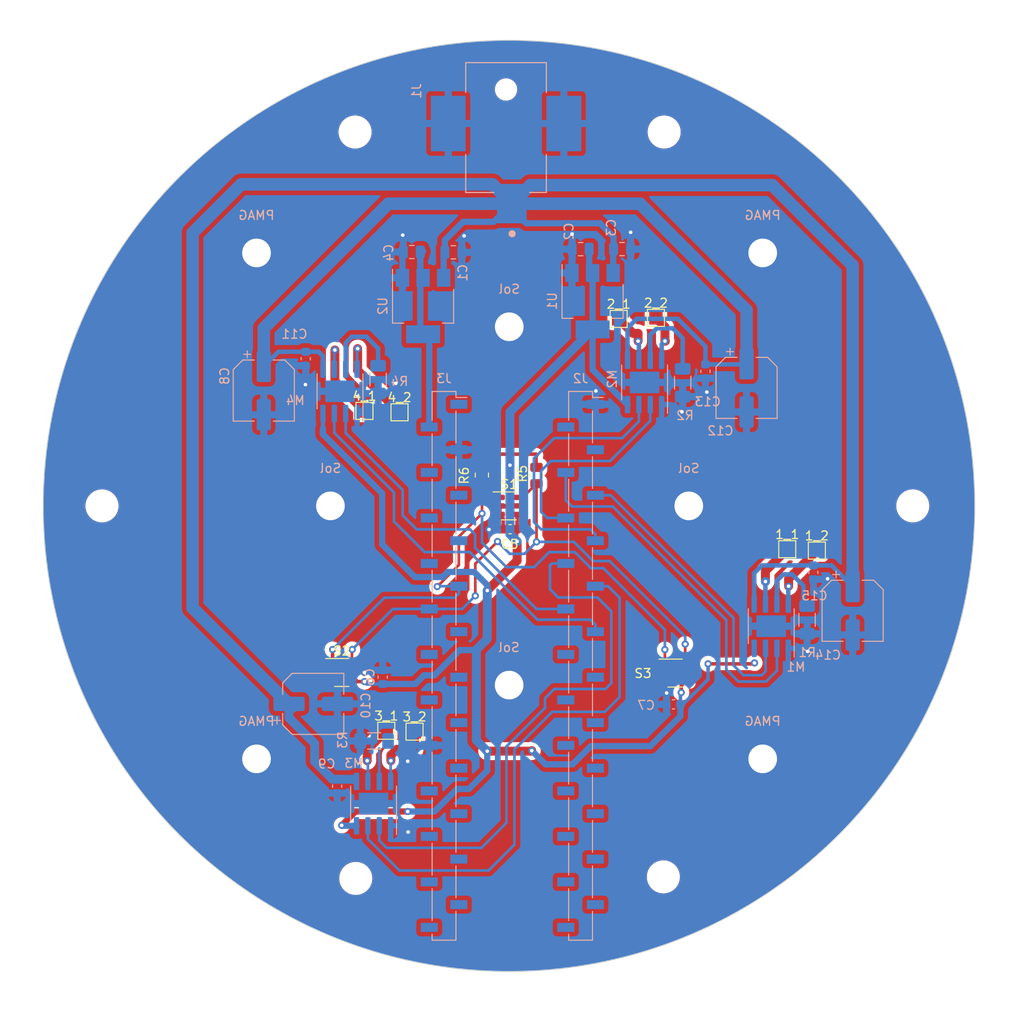
<source format=kicad_pcb>
(kicad_pcb (version 20221018) (generator pcbnew)
  (layers (0 "F.Cu" signal) (31 "B.Cu" signal) (34 "B.Paste" user) (35 "F.Paste" user) (36 "B.SilkS" user "B.Silkscreen") (37 "F.SilkS" user "F.Silkscreen") (38 "B.Mask" user) (39 "F.Mask" user) (44 "Edge.Cuts" user))
  (net 0 "")
  (net 1 "GND")
  (net 2 "Net-(M1-LSS)")
  (net 3 "+3.3V")
  (net 4 "+12V")
  (net 5 "+5V")
  (net 6 "Net-(M2-LSS)")
  (net 7 "Net-(M3-LSS)")
  (net 8 "Net-(M4-LSS)")
  (net 9 "Net-(3_1-Pin_1)")
  (net 10 "Net-(3_2-Pin_1)")
  (net 11 "Net-(4_1-Pin_1)")
  (net 12 "Net-(4_2-Pin_1)")
  (net 13 "Net-(1_1-Pin_1)")
  (net 14 "Net-(1_2-Pin_1)")
  (net 15 "Net-(2_1-Pin_1)")
  (net 16 "Net-(2_2-Pin_1)")
  (net 17 "/HB_0_B")
  (net 18 "/HB_0_A")
  (net 19 "/HB_1_B")
  (net 20 "/HB_1_A")
  (net 21 "/HB_2_B")
  (net 22 "/HB_2_A")
  (net 23 "/HB_3_B")
  (net 24 "/HB_3_A")
  (net 25 "/I2C_SDA")
  (net 26 "/I2C_SCL")
  (footprint "TestPoint:TestPoint_Pad_1.5x1.5mm" (layer "F.Cu") (at 135.636 124.46)
    (fp_text reference "3_2")
    (fp_text value "solenoid")
  )
  (footprint "Resistor_SMD:R_0805_2012Metric" (layer "F.Cu") (at 149.2504 95.8596 -90)
    (fp_text reference "R5")
    (fp_text value "1K2")
  )
  (footprint "TestPoint:TestPoint_Pad_1.5x1.5mm" (layer "F.Cu") (at 130.048 88.646)
    (fp_text reference "4_1")
    (fp_text value "solenoid")
  )
  (footprint "Capacitor_SMD:C_0603_1608Metric" (layer "F.Cu") (at 146.304 101.854)
    (fp_text reference "C5")
    (fp_text value "100nF")
  )
  (footprint "TestPoint:TestPoint_Pad_1.5x1.5mm" (layer "F.Cu") (at 180.5432 104.2416)
    (fp_text reference "1_2")
    (fp_text value "solenoid")
  )
  (footprint "Package_TO_SOT_SMD:SOT-23-6" (layer "F.Cu") (at 127.508 117.856)
    (fp_text reference "S2")
    (fp_text value "TLE493DA1")
  )
  (footprint "Package_TO_SOT_SMD:SOT-23-6" (layer "F.Cu") (at 164.7135 117.922)
    (fp_text reference "S3")
    (fp_text value "TLE493DA0")
  )
  (footprint "TestPoint:TestPoint_Pad_1.5x1.5mm" (layer "F.Cu") (at 177.2412 104.0892)
    (fp_text reference "1_1")
    (fp_text value "solenoid")
  )
  (footprint "" (layer "F.Cu") (at 126.25 99.25)
    (fp_text reference "")
    (fp_text value "")
  )
  (footprint "TestPoint:TestPoint_Pad_1.5x1.5mm" (layer "F.Cu") (at 162.58 78.2504)
    (fp_text reference "2_2")
    (fp_text value "solenoid")
  )
  (footprint "TestPoint:TestPoint_Pad_1.5x1.5mm" (layer "F.Cu") (at 132.4864 124.3584)
    (fp_text reference "3_1")
    (fp_text value "solenoid")
  )
  (footprint "TestPoint:TestPoint_Pad_1.5x1.5mm" (layer "F.Cu") (at 158.42 78.3704)
    (fp_text reference "2_1")
    (fp_text value "solenoid")
  )
  (footprint "Resistor_SMD:R_0805_2012Metric" (layer "F.Cu") (at 143.1544 95.8088 90)
    (fp_text reference "R6")
    (fp_text value "1K2")
  )
  (footprint "TestPoint:TestPoint_Pad_1.5x1.5mm" (layer "F.Cu") (at 133.9596 88.7984)
    (fp_text reference "4_2")
    (fp_text value "solenoid")
  )
  (footprint "Package_TO_SOT_SMD:SOT-23-6" (layer "F.Cu") (at 146.20114 99.25)
    (fp_text reference "S1")
    (fp_text value "TLE493DA2")
  )
  (footprint "Capacitor_SMD:C_0805_2012Metric" (layer "B.Cu") (at 139.97 70.9304)
    (fp_text reference "C1")
    (fp_text value "10uF")
  )
  (footprint "Capacitor_SMD:CP_Elec_6.3x7.7" (layer "B.Cu") (at 172.7 86.0704 -90)
    (fp_text reference "C12")
    (fp_text value "100uF")
  )
  (footprint "MountingHole:MountingHole_3.2mm_M3" (layer "B.Cu") (at 129.077025 140.852859 180)
    (fp_text reference "REF**" hide)
    (fp_text value "MountingHole_3.2mm_M3")
  )
  (footprint "Resistor_SMD:R_1206_3216Metric_Pad1.30x1.75mm_HandSolder" (layer "B.Cu") (at 179.451 111.984 -90)
    (fp_text reference "R1")
    (fp_text value "0.45")
  )
  (footprint "Capacitor_SMD:C_0603_1608Metric" (layer "B.Cu") (at 164.5412 121.412)
    (fp_text reference "C7")
    (fp_text value "100nF")
  )
  (footprint "MountingHole:MountingHole_3.2mm_M3" (layer "B.Cu") (at 126.25 99.25 180)
    (fp_text reference "Sol")
    (fp_text value "MountingHole_3.2mm_M3")
  )
  (footprint "Capacitor_SMD:C_0805_2012Metric" (layer "B.Cu") (at 135.33 70.9004)
    (fp_text reference "C4")
    (fp_text value "10uF")
  )
  (footprint "Package_SO:SOIC-8-1EP_3.9x4.9mm_P1.27mm_EP2.41x3.3mm" (layer "B.Cu") (at 131.064 132.496 90)
    (fp_text reference "M3")
    (fp_text value "A4950E")
  )
  (footprint "Package_SO:SOIC-8-1EP_3.9x4.9mm_P1.27mm_EP2.41x3.3mm" (layer "B.Cu") (at 127.317 86.452 90)
    (fp_text reference "M4")
    (fp_text value "A4950E")
  )
  (footprint "MountingHole:MountingHole_3.2mm_M3" (layer "B.Cu") (at 100.75 99.25 180)
    (fp_text reference "REF**" hide)
    (fp_text value "MountingHole_3.2mm_M3")
  )
  (footprint "MountingHole:MountingHole_3.2mm_M3" (layer "B.Cu") (at 118 71 180)
    (fp_text reference "PMAG")
    (fp_text value "MountingHole_3.2mm_M3")
  )
  (footprint "Capacitor_SMD:CP_Elec_6.3x7.7" (layer "B.Cu") (at 118.81 86.3704 -90)
    (fp_text reference "C8")
    (fp_text value "100uF")
  )
  (footprint "Capacitor_SMD:CP_Elec_6.3x7.7" (layer "B.Cu") (at 184.54 110.9604 -90)
    (fp_text reference "C14")
    (fp_text value "100uF")
  )
  (footprint "MountingHole:MountingHole_3.2mm_M3" (layer "B.Cu") (at 146.208951 79.245847 180)
    (fp_text reference "Sol")
    (fp_text value "MountingHole_3.2mm_M3")
  )
  (footprint "Package_TO_SOT_SMD:SOT-223" (layer "B.Cu") (at 136.59 76.9304 -90)
    (fp_text reference "U2")
    (fp_text value "TLV76133DCYR")
  )
  (footprint "MountingHole:MountingHole_3.2mm_M3" (layer "B.Cu") (at 191.25 99.25 180)
    (fp_text reference "REF**" hide)
    (fp_text value "MountingHole_3.2mm_M3")
  )
  (footprint "Capacitor_SMD:CP_Elec_6.3x7.7" (layer "B.Cu") (at 124.33 121.3604)
    (fp_text reference "C10")
    (fp_text value "100uF")
  )
  (footprint "Connector_PinSocket_2.54mm:PinSocket_1x24_P2.54mm_Vertical_SMD_Pin1Left" (layer "B.Cu") (at 138.93 117.1104 180)
    (fp_text reference "J3")
    (fp_text value "SMD 100\" Pin Socket")
  )
  (footprint "MountingHole:MountingHole_3.2mm_M3" (layer "B.Cu") (at 174.5 127.5 180)
    (fp_text reference "PMAG")
    (fp_text value "MountingHole_3.2mm_M3")
  )
  (footprint "Resistor_SMD:R_1206_3216Metric_Pad1.30x1.75mm_HandSolder" (layer "B.Cu") (at 131.572 85.147 -90)
    (fp_text reference "R4")
    (fp_text value "0.45")
  )
  (footprint "Capacitor_SMD:C_0805_2012Metric" (layer "B.Cu") (at 158.8 70.5704 180)
    (fp_text reference "C3")
    (fp_text value "10uF")
  )
  (footprint "MountingHole:MountingHole_3.2mm_M3" (layer "B.Cu") (at 166.25 99.25 180)
    (fp_text reference "Sol")
    (fp_text value "MountingHole_3.2mm_M3")
  )
  (footprint "barrel jack:CUI_PJ-036AH-SMT-TR" (layer "B.Cu") (at 146.5 65.5 -90)
    (fp_text reference "J1")
    (fp_text value "Barrel_Jack_Switch")
  )
  (footprint "Package_SO:SOIC-8-1EP_3.9x4.9mm_P1.27mm_EP2.41x3.3mm" (layer "B.Cu") (at 161.315 85.4604 90)
    (fp_text reference "M2")
    (fp_text value "A4950E")
  )
  (footprint "MountingHole:MountingHole_3.2mm_M3" (layer "B.Cu") (at 129 57.5 180)
    (fp_text reference "PMAG" hide)
    (fp_text value "MountingHole_3.2mm_M3")
  )
  (footprint "Capacitor_SMD:C_0603_1608Metric" (layer "B.Cu") (at 127 130.556 -90)
    (fp_text reference "C9")
    (fp_text value "100nF")
  )
  (footprint "MountingHole:MountingHole_3.2mm_M3" (layer "B.Cu") (at 163.412036 140.678157 180)
    (fp_text reference "REF**" hide)
    (fp_text value "MountingHole_3.2mm_M3")
  )
  (footprint "MountingHole:MountingHole_3.2mm_M3" (layer "B.Cu") (at 146.198475 119.26189 180)
    (fp_text reference "Sol")
    (fp_text value "MountingHole_3.2mm_M3")
  )
  (footprint "Resistor_SMD:R_1206_3216Metric_Pad1.30x1.75mm_HandSolder" (layer "B.Cu") (at 165.57 85.4954 -90)
    (fp_text reference "R2")
    (fp_text value "0.45")
  )
  (footprint "Package_TO_SOT_SMD:SOT-223" (layer "B.Cu") (at 155.51 76.3904 -90)
    (fp_text reference "U1")
    (fp_text value "TLV76133DCYR")
  )
  (footprint "Package_SO:SOIC-8-1EP_3.9x4.9mm_P1.27mm_EP2.41x3.3mm" (layer "B.Cu") (at 175.451 112.684 90)
    (fp_text reference "M1")
    (fp_text value "A4950E")
  )
  (footprint "Capacitor_SMD:C_0603_1608Metric" (layer "B.Cu") (at 132.08 118.364 -90)
    (fp_text reference "C6")
    (fp_text value "100nF")
  )
  (footprint "MountingHole:MountingHole_3.2mm_M3" (layer "B.Cu") (at 174.5 71 180)
    (fp_text reference "PMAG")
    (fp_text value "MountingHole_3.2mm_M3")
  )
  (footprint "Capacitor_SMD:C_0805_2012Metric" (layer "B.Cu") (at 154.18 70.5804 180)
    (fp_text reference "C2")
    (fp_text value "10uF")
  )
  (footprint "MountingHole:MountingHole_3.2mm_M3" (layer "B.Cu") (at 163.5 57.5 180)
    (fp_text reference "PMAG" hide)
    (fp_text value "MountingHole_3.2mm_M3")
  )
  (footprint "Capacitor_SMD:C_0603_1608Metric" (layer "B.Cu") (at 123.49 82.8104 -90)
    (fp_text reference "C11")
    (fp_text value "100nF")
  )
  (footprint "Connector_PinSocket_2.54mm:PinSocket_1x24_P2.54mm_Vertical_SMD_Pin1Left" (layer "B.Cu") (at 154.17 117.1104 180)
    (fp_text reference "J2")
    (fp_text value "SMD 100\" Pin Socket")
  )
  (footprint "Resistor_SMD:R_1206_3216Metric_Pad1.30x1.75mm_HandSolder" (layer "B.Cu") (at 131.13 125.5004 180)
    (fp_text reference "R3")
    (fp_text value "0.45")
  )
  (footprint "Capacitor_SMD:C_0603_1608Metric" (layer "B.Cu") (at 168.11 84.2254 -90)
    (fp_text reference "C13")
    (fp_text value "100nF")
  )
  (footprint "MountingHole:MountingHole_3.2mm_M3" (layer "B.Cu") (at 118 127.5 180)
    (fp_text reference "PMAG")
    (fp_text value "MountingHole_3.2mm_M3")
  )
  (footprint "Capacitor_SMD:C_0603_1608Metric" (layer "B.Cu") (at 180.15 106.6704 -90)
    (fp_text reference "C15")
    (fp_text value "100nF")
  )
  (gr_circle (center 146.1825 99.25) (end 198.1825 99.25) (stroke (width 0.1)) (fill none) (layer "Edge.Cuts"))
  (segment (start 163.7792 120.142) (end 163.7792 119.0752) (width 0.4) (layer "F.Cu") (net 1))
  (segment (start 145.288 102.095) (end 145.529 101.854) (width 0.4) (layer "F.Cu") (net 1))
  (segment (start 126.3705 117.856) (end 126.3705 118.806) (width 0.4) (layer "F.Cu") (net 1))
  (segment (start 130.048 117.856) (end 128.6455 117.856) (width 0.4) (layer "F.Cu") (net 1))
  (segment (start 143.95 101.8904) (end 145.4926 101.8904) (width 0.3) (layer "F.Cu") (net 1))
  (segment (start 145.06364 99.25) (end 147.33864 99.25) (width 0.4) (layer "F.Cu") (net 1))
  (segment (start 145.529 100.66536) (end 145.06364 100.2) (width 0.4) (layer "F.Cu") (net 1))
  (segment (start 145.529 101.854) (end 145.529 100.66536) (width 0.4) (layer "F.Cu") (net 1))
  (segment (start 163.576 118.872) (end 163.576 117.922) (width 0.4) (layer "F.Cu") (net 1))
  (segment (start 145.06364 100.2) (end 145.06364 99.25) (width 0.4) (layer "F.Cu") (net 1))
  (segment (start 163.7792 119.0752) (end 163.576 118.872) (width 0.4) (layer "F.Cu") (net 1))
  (segment (start 145.4926 101.8904) (end 145.529 101.854) (width 0.3) (layer "F.Cu") (net 1))
  (segment (start 128.6455 117.856) (end 126.3705 117.856) (width 0.4) (layer "F.Cu") (net 1))
  (segment (start 163.576 117.922) (end 165.851 117.922) (width 0.4) (layer "F.Cu") (net 1))
  (via (at 179.51 115.5004) (size 0.8) (drill 0.4) (layers "F.Cu" "B.Cu") (net 1))
  (via (at 181.74 107.3904) (size 0.8) (drill 0.4) (layers "F.Cu" "B.Cu") (net 1))
  (via (at 134.88 127.7704) (size 0.8) (drill 0.4) (layers "F.Cu" "B.Cu") (net 1))
  (via (at 134.32 69.0104) (size 0.8) (drill 0.4) (layers "F.Cu" "B.Cu") (net 1))
  (via (at 165.48 88.7504) (size 0.8) (drill 0.4) (layers "F.Cu" "B.Cu") (net 1))
  (via (at 159.76 68.7004) (size 0.8) (drill 0.4) (layers "F.Cu" "B.Cu") (net 1))
  (via (at 123.46 85.7004) (size 0.8) (drill 0.4) (layers "F.Cu" "B.Cu") (net 1))
  (via (at 143.95 101.8904) (size 0.8) (drill 0.4) (layers "F.Cu" "B.Cu") (net 1))
  (via (at 155.88 86.4104) (size 0.8) (drill 0.4) (layers "F.Cu" "B.Cu") (net 1))
  (via (at 153.21 68.8904) (size 0.8) (drill 0.4) (layers "F.Cu" "B.Cu") (net 1))
  (via (at 134.92 135.6704) (size 0.8) (drill 0.4) (layers "F.Cu" "B.Cu") (net 1))
  (via (at 168.26 86.5404) (size 0.8) (drill 0.4) (layers "F.Cu" "B.Cu") (net 1))
  (via (at 163.7792 120.142) (size 0.8) (drill 0.4) (layers "F.Cu" "B.Cu") (net 1))
  (via (at 130.048 117.856) (size 0.8) (drill 0.4) (layers "F.Cu" "B.Cu") (net 1))
  (via (at 133.54 85.5704) (size 0.8) (drill 0.4) (layers "F.Cu" "B.Cu") (net 1))
  (via (at 141.17 69.0904) (size 0.8) (drill 0.4) (layers "F.Cu" "B.Cu") (net 1))
  (segment (start 131.572 86.697) (end 132.4134 86.697) (width 0.5) (layer "B.Cu") (net 1))
  (segment (start 168.11 86.3904) (end 168.26 86.5404) (width 0.5) (layer "B.Cu") (net 1))
  (segment (start 179.1686 115.159) (end 179.51 115.5004) (width 0.5) (layer "B.Cu") (net 1))
  (segment (start 136.65 126.0004) (end 134.88 127.7704) (width 0.3) (layer "B.Cu") (net 1))
  (segment (start 134.38 70.9004) (end 134.38 69.0704) (width 0.7) (layer "B.Cu") (net 1))
  (segment (start 129.342 88.927) (end 131.572 86.697) (width 0.5) (layer "B.Cu") (net 1))
  (segment (start 164.665 87.9354) (end 165.48 88.7504) (width 0.5) (layer "B.Cu") (net 1))
  (segment (start 181.685 107.4454) (end 181.74 107.3904) (width 0.5) (layer "B.Cu") (net 1))
  (segment (start 179.451 113.534) (end 179.451 115.4414) (width 0.5) (layer "B.Cu") (net 1))
  (segment (start 132.969 136.5794) (end 132.99 136.6004) (width 0.3) (layer "B.Cu") (net 1))
  (segment (start 123.49 83.5854) (end 123.49 85.6704) (width 0.5) (layer "B.Cu") (net 1))
  (segment (start 175.575949 112.684) (end 175.451 112.684) (width 0.7) (layer "B.Cu") (net 1))
  (segment (start 161.439949 85.4604) (end 161.315 85.4604) (width 0.7) (layer "B.Cu") (net 1))
  (segment (start 132.99 136.6004) (end 134.66 136.6004) (width 0.3) (layer "B.Cu") (net 1))
  (segment (start 163.22 87.9354) (end 164.665 87.9354) (width 0.5) (layer "B.Cu") (net 1))
  (segment (start 165.57 87.0454) (end 165.57 88.6604) (width 0.5) (layer "B.Cu") (net 1))
  (segment (start 180.15 107.4454) (end 181.685 107.4454) (width 0.5) (layer "B.Cu") (net 1))
  (segment (start 163.7662 121.412) (end 163.7662 120.155) (width 0.4) (layer "B.Cu") (net 1))
  (segment (start 177.356 115.159) (end 179.1686 115.159) (width 0.5) (layer "B.Cu") (net 1))
  (segment (start 132.969 134.971) (end 132.969 136.5794) (width 0.3) (layer "B.Cu") (net 1))
  (segment (start 140.92 69.3404) (end 141.17 69.0904) (width 0.7) (layer "B.Cu") (net 1))
  (segment (start 123.49 85.6704) (end 123.46 85.7004) (width 0.5) (layer "B.Cu") (net 1))
  (segment (start 134.29 73.7804) (end 134.29 70.9904) (width 0.7) (layer "B.Cu") (net 1))
  (segment (start 134.2786 70.737433) (end 134.439138 70.576895) (width 0.4) (layer "B.Cu") (net 1))
  (segment (start 155.88 87.8404) (end 155.82 87.9004) (width 0.3) (layer "B.Cu") (net 1))
  (segment (start 153.21 70.6004) (end 153.23 70.5804) (width 0.7) (layer "B.Cu") (net 1))
  (segment (start 132.4134 86.697) (end 133.54 85.5704) (width 0.5) (layer "B.Cu") (net 1))
  (segment (start 131.572 86.697) (end 131.327 86.452) (width 0.7) (layer "B.Cu") (net 1))
  (segment (start 153.21 70.5604) (end 153.23 70.5804) (width 0.7) (layer "B.Cu") (net 1))
  (segment (start 123.46 85.7004) (end 123.61 85.7004) (width 0.5) (layer "B.Cu") (net 1))
  (segment (start 175.788082 112.684) (end 175.451 112.684) (width 1) (layer "B.Cu") (net 1))
  (segment (start 159.75 68.7104) (end 159.76 68.7004) (width 0.7) (layer "B.Cu") (net 1))
  (segment (start 132.101016 117.589) (end 132.08 117.589) (width 0.7) (layer "B.Cu") (net 1))
  (segment (start 168.11 85.0004) (end 168.11 86.3904) (width 0.5) (layer "B.Cu") (net 1))
  (segment (start 132.215616 117.7036) (end 132.101016 117.589) (width 0.7) (layer "B.Cu") (net 1))
  (segment (start 127.126024 86.642976) (end 127.317 86.452) (width 1) (layer "B.Cu") (net 1))
  (segment (start 137.28 126.0004) (end 136.56 126.0004) (width 0.3) (layer "B.Cu") (net 1))
  (segment (start 155.88 86.4104) (end 155.88 87.8404) (width 0.3) (layer "B.Cu") (net 1))
  (segment (start 129.222 88.927) (end 129.342 88.927) (width 0.5) (layer "B.Cu") (net 1))
  (segment (start 179.451 115.4414) (end 179.51 115.5004) (width 0.5) (layer "B.Cu") (net 1))
  (segment (start 127.317 86.452) (end 127.441949 86.452) (width 0.7) (layer "B.Cu") (net 1))
  (segment (start 134.29 70.9904) (end 134.38 70.9004) (width 0.7) (layer "B.Cu") (net 1))
  (segment (start 124.3616 86.452) (end 127.317 86.452) (width 0.5) (layer "B.Cu") (net 1))
  (segment (start 134.66 136.6004) (end 134.92 136.3404) (width 0.3) (layer "B.Cu") (net 1))
  (segment (start 163.7662 120.155) (end 163.7792 120.142) (width 0.4) (layer "B.Cu") (net 1))
  (segment (start 130.048 117.856) (end 131.064 117.856) (width 0.4) (layer "B.Cu") (net 1))
  (segment (start 140.92 70.9304) (end 140.92 69.3404) (width 0.7) (layer "B.Cu") (net 1))
  (segment (start 165.57 87.0454) (end 166.065 87.0454) (width 0.7) (layer "B.Cu") (net 1))
  (segment (start 165.57 88.6604) (end 165.48 88.7504) (width 0.5) (layer "B.Cu") (net 1))
  (segment (start 152.3 56.55) (end 152.746 56.55) (width 0.25) (layer "B.Cu") (net 1))
  (segment (start 134.38 69.0704) (end 134.32 69.0104) (width 0.7) (layer "B.Cu") (net 1))
  (segment (start 153.21 73.2404) (end 153.21 70.6004) (width 0.7) (layer "B.Cu") (net 1))
  (segment (start 131.331 117.589) (end 132.08 117.589) (width 0.4) (layer "B.Cu") (net 1))
  (segment (start 131.064 117.856) (end 131.331 117.589) (width 0.4) (layer "B.Cu") (net 1))
  (segment (start 134.92 136.3404) (end 134.92 135.6704) (width 0.3) (layer "B.Cu") (net 1))
  (segment (start 153.21 68.8904) (end 153.21 70.5604) (width 0.7) (layer "B.Cu") (net 1))
  (segment (start 159.75 70.5704) (end 159.75 68.7104) (width 0.7) (layer "B.Cu") (net 1))
  (segment (start 137.28 126.0004) (end 136.65 126.0004) (width 0.3) (layer "B.Cu") (net 1))
  (segment (start 123.61 85.7004) (end 124.3616 86.452) (width 0.5) (layer "B.Cu") (net 1))
  (segment (start 179.451 110.434) (end 179.05 110.033) (width 0.5) (layer "B.Cu") (net 2))
  (segment (start 176.086 107.6044) (end 176.086 110.209) (width 0.5) (layer "B.Cu") (net 2))
  (segment (start 177.78 106.9004) (end 176.79 106.9004) (width 0.5) (layer "B.Cu") (net 2))
  (segment (start 176.79 106.9004) (end 176.086 107.6044) (width 0.5) (layer "B.Cu") (net 2))
  (segment (start 179.05 108.1704) (end 177.78 106.9004) (width 0.5) (layer "B.Cu") (net 2))
  (segment (start 179.05 110.033) (end 179.05 108.1704) (width 0.5) (layer "B.Cu") (net 2))
  (segment (start 147.079 100.45964) (end 147.33864 100.2) (width 0.4) (layer "F.Cu") (net 3))
  (segment (start 149.1916 93.472) (end 149.31 93.5904) (width 0.4) (layer "F.Cu") (net 3))
  (segment (start 147.09 103.2104) (end 147.079 103.1994) (width 0.3) (layer "F.Cu") (net 3))
  (segment (start 165.4048 119.3182) (end 165.851 118.872) (width 0.4) (layer "F.Cu") (net 3))
  (segment (start 143.75 126.6404) (end 148.66 126.6404) (width 1) (layer "F.Cu") (net 3))
  (segment (start 149.352 95.0995) (end 149.4009 95.1484) (width 0.4) (layer "F.Cu") (net 3))
  (segment (start 149.2504 94.9471) (end 149.2504 94.9979) (width 0.3) (layer "F.Cu") (net 3))
  (segment (start 149.31 93.5904) (end 149.2504 93.65) (width 0.3) (layer "F.Cu") (net 3))
  (segment (start 165.4048 120.0912) (end 165.4048 119.3182) (width 0.4) (layer "F.Cu") (net 3))
  (segment (start 130.048 118.872) (end 128.7115 118.872) (width 0.4) (layer "F.Cu") (net 3))
  (segment (start 127.508 134.9248) (end 129.0524 133.3804) (width 0.7) (layer "F.Cu") (net 3))
  (segment (start 148.66 126.6404) (end 148.72 126.5804) (width 1) (layer "F.Cu") (net 3))
  (segment (start 146.24 94.6604) (end 146.29 94.7104) (width 0.3) (layer "F.Cu") (net 3))
  (segment (start 146.24 93.472) (end 149.1916 93.472) (width 0.4) (layer "F.Cu") (net 3))
  (segment (start 146.24 93.472) (end 146.24 94.6604) (width 0.3) (layer "F.Cu") (net 3))
  (segment (start 143.1544 94.8963) (end 143.1544 93.472) (width 0.4) (layer "F.Cu") (net 3))
  (segment (start 147.079 101.854) (end 147.079 100.45964) (width 0.4) (layer "F.Cu") (net 3))
  (segment (start 143.1544 93.472) (end 146.24 93.472) (width 0.4) (layer "F.Cu") (net 3))
  (segment (start 143.76 108.6904) (end 147.09 105.3604) (width 1) (layer "F.Cu") (net 3))
  (segment (start 168.402 116.8908) (end 173.482 116.8908) (width 0.4) (layer "F.Cu") (net 3))
  (segment (start 147.2314 102.0064) (end 147.079 101.854) (width 0.4) (layer "F.Cu") (net 3))
  (segment (start 129.0524 133.3804) (end 134.88 133.3804) (width 0.7) (layer "F.Cu") (net 3))
  (segment (start 147.09 105.3604) (end 147.09 103.2104) (width 1) (layer "F.Cu") (net 3))
  (segment (start 147.079 103.1994) (end 147.079 101.854) (width 0.3) (layer "F.Cu") (net 3))
  (segment (start 149.2504 93.65) (end 149.2504 94.9471) (width 0.3) (layer "F.Cu") (net 3))
  (segment (start 128.7115 118.872) (end 128.6455 118.806) (width 0.4) (layer "F.Cu") (net 3))
  (segment (start 143.76 108.7004) (end 143.76 108.6904) (width 1) (layer "F.Cu") (net 3))
  (segment (start 149.2504 94.9979) (end 149.352 95.0995) (width 0.3) (layer "F.Cu") (net 3))
  (segment (start 173.482 116.8908) (end 173.5836 116.7892) (width 0.4) (layer "F.Cu") (net 3))
  (via (at 148.72 126.5804) (size 0.8) (drill 0.4) (layers "F.Cu" "B.Cu") (net 3))
  (via (at 146.29 94.7104) (size 0.8) (drill 0.4) (layers "F.Cu" "B.Cu") (net 3))
  (via (at 168.402 116.8908) (size 0.8) (drill 0.4) (layers "F.Cu" "B.Cu") (net 3))
  (via (at 143.75 126.6404) (size 0.8) (drill 0.4) (layers "F.Cu" "B.Cu") (net 3))
  (via (at 130.048 118.872) (size 0.8) (drill 0.4) (layers "F.Cu" "B.Cu") (net 3))
  (via (at 134.88 133.3804) (size 0.8) (drill 0.4) (layers "F.Cu" "B.Cu") (net 3))
  (via (at 165.4048 120.0912) (size 0.8) (drill 0.4) (layers "F.Cu" "B.Cu") (net 3))
  (via (at 127.508 134.9248) (size 0.8) (drill 0.4) (layers "F.Cu" "B.Cu") (net 3))
  (via (at 147.09 103.2104) (size 0.8) (drill 0.4) (layers "F.Cu" "B.Cu") (net 3))
  (via (at 143.76 108.7004) (size 0.8) (drill 0.4) (layers "F.Cu" "B.Cu") (net 3))
  (via (at 173.5836 116.7892) (size 0.8) (drill 0.4) (layers "F.Cu" "B.Cu") (net 3))
  (segment (start 146.29 88.7604) (end 155.51 79.5404) (width 1) (layer "B.Cu") (net 3))
  (segment (start 153.28 128.1104) (end 150.25 128.1104) (width 0.7) (layer "B.Cu") (net 3))
  (segment (start 130.315 119.139) (end 130.048 118.872) (width 0.4) (layer "B.Cu") (net 3))
  (segment (start 134.88 133.3804) (end 137.86 133.3804) (width 0.7) (layer "B.Cu") (net 3))
  (segment (start 137.86 133.3804) (end 140.38 130.8604) (width 0.7) (layer "B.Cu") (net 3))
  (segment (start 150.25 128.1104) (end 148.72 126.5804) (width 0.7) (layer "B.Cu") (net 3))
  (segment (start 161.96 126.0804) (end 155.31 126.0804) (width 0.7) (layer "B.Cu") (net 3))
  (segment (start 155.13 70.5804) (end 155.13 72.8604) (width 0.7) (layer "B.Cu") (net 3))
  (segment (start 165.3162 121.412) (end 165.3162 120.1798) (width 0.4) (layer "B.Cu") (net 3))
  (segment (start 125.412 91.3124) (end 125.48 91.3804) (width 0.5) (layer "B.Cu") (net 3))
  (segment (start 143.76 112.9704) (end 143.76 108.7004) (width 1) (layer "B.Cu") (net 3))
  (segment (start 138.79 107.2004) (end 135.68 107.2004) (width 0.7) (layer "B.Cu") (net 3))
  (segment (start 168.402 118.618) (end 165.608 121.412) (width 0.4) (layer "B.Cu") (net 3))
  (segment (start 143.76 108.7004) (end 143.76 108.1004) (width 0.7) (layer "B.Cu") (net 3))
  (segment (start 143.76 108.1004) (end 142.29 106.6304) (width 0.7) (layer "B.Cu") (net 3))
  (segment (start 132.02 97.8504) (end 125.412 91.2424) (width 0.7) (layer "B.Cu") (net 3))
  (segment (start 143.75 114.1004) (end 142.5 115.3504) (width 0.7) (layer "B.Cu") (net 3))
  (segment (start 132.02 103.5404) (end 132.02 97.8504) (width 0.7) (layer "B.Cu") (net 3))
  (segment (start 159.41 87.9354) (end 155.51 84.0354) (width 0.7) (layer "B.Cu") (net 3))
  (segment (start 146.29 102.4104) (end 147.09 103.2104) (width 1) (layer "B.Cu") (net 3))
  (segment (start 155.51 73.2404) (end 155.51 79.5404) (width 0.7) (layer "B.Cu") (net 3))
  (segment (start 155.51 84.0354) (end 155.51 79.5404) (width 0.7) (layer "B.Cu") (net 3))
  (segment (start 165.3162 122.7242) (end 161.96 126.0804) (width 0.7) (layer "B.Cu") (net 3))
  (segment (start 143.75 114.1004) (end 143.75 112.9804) (width 1) (layer "B.Cu") (net 3))
  (segment (start 142.5 115.3504) (end 140.67 115.3504) (width 0.7) (layer "B.Cu") (net 3))
  (segment (start 132.08 119.139) (end 130.315 119.139) (width 0.4) (layer "B.Cu") (net 3))
  (segment (start 155.31 126.0804) (end 153.28 128.1104) (width 0.7) (layer "B.Cu") (net 3))
  (segment (start 142.29 106.6304) (end 139.36 106.6304) (width 0.7) (layer "B.Cu") (net 3))
  (segment (start 165.608 121.412) (end 165.3162 121.412) (width 0.4) (layer "B.Cu") (net 3))
  (segment (start 127.508 134.9248) (end 127.5542 134.971) (width 0.7) (layer "B.Cu") (net 3))
  (segment (start 125.412 90.6204) (end 125.412 91.3124) (width 0.5) (layer "B.Cu") (net 3))
  (segment (start 155.13 72.8604) (end 155.51 73.2404) (width 0.7) (layer "B.Cu") (net 3))
  (segment (start 135.68 107.2004) (end 132.02 103.5404) (width 0.7) (layer "B.Cu") (net 3))
  (segment (start 142.54 115.3104) (end 142.54 125.4304) (width 1) (layer "B.Cu") (net 3))
  (segment (start 146.29 94.7104) (end 146.29 102.4104) (width 1) (layer "B.Cu") (net 3))
  (segment (start 165.3162 121.412) (end 165.3162 122.7242) (width 0.7) (layer "B.Cu") (net 3))
  (segment (start 143.75 112.9804) (end 143.76 112.9704) (width 1) (layer "B.Cu") (net 3))
  (segment (start 165.3162 120.1798) (end 165.4048 120.0912) (width 0.4) (layer "B.Cu") (net 3))
  (segment (start 139.36 106.6304) (end 138.79 107.2004) (width 0.7) (layer "B.Cu") (net 3))
  (segment (start 140.38 130.8604) (end 141.71 130.8604) (width 0.7) (layer "B.Cu") (net 3))
  (segment (start 140.67 115.3504) (end 137.85 118.1704) (width 0.7) (layer "B.Cu") (net 3))
  (segment (start 146.29 94.7104) (end 146.29 88.7604) (width 1) (layer "B.Cu") (net 3))
  (segment (start 137.85 118.1704) (end 136.7 118.1704) (width 0.7) (layer "B.Cu") (net 3))
  (segment (start 127.5542 134.971) (end 129.159 134.971) (width 0.7) (layer "B.Cu") (net 3))
  (segment (start 141.71 130.8604) (end 143.75 128.8204) (width 0.7) (layer "B.Cu") (net 3))
  (segment (start 143.75 114.1004) (end 142.54 115.3104) (width 1) (layer "B.Cu") (net 3))
  (segment (start 155.4748 73.0348) (end 155.49 73.05) (width 0.7) (layer "B.Cu") (net 3))
  (segment (start 125.412 88.927) (end 125.412 90.6204) (width 0.5) (layer "B.Cu") (net 3))
  (segment (start 142.54 125.4304) (end 143.75 126.6404) (width 1) (layer "B.Cu") (net 3))
  (segment (start 136.7 118.1704) (end 135.7314 119.139) (width 0.7) (layer "B.Cu") (net 3))
  (segment (start 135.7314 119.139) (end 132.08 119.139) (width 0.7) (layer "B.Cu") (net 3))
  (segment (start 143.75 128.8204) (end 143.75 126.6404) (width 0.7) (layer "B.Cu") (net 3))
  (segment (start 168.402 116.8908) (end 168.402 118.618) (width 0.4) (layer "B.Cu") (net 3))
  (segment (start 125.412 91.2424) (end 125.412 90.6204) (width 0.7) (layer "B.Cu") (net 3))
  (segment (start 146.5 65.5) (end 146.5 66.0804) (width 0.7) (layer "B.Cu") (net 4))
  (segment (start 138.89 71.0604) (end 139.02 70.9304) (width 0.7) (layer "B.Cu") (net 4))
  (segment (start 125.412 82.5224) (end 124.925 82.0354) (width 0.5) (layer "B.Cu") (net 4))
  (segment (start 116.29 63.3404) (end 110.86 68.7704) (width 1.4) (layer "B.Cu") (net 4))
  (segment (start 124.49 125.7904) (end 121.63 122.9304) (width 1) (layer "B.Cu") (net 4))
  (segment (start 184.54 72.4104) (end 175.56 63.4304) (width 1.4) (layer "B.Cu") (net 4))
  (segment (start 168.11 83.4504) (end 168.11 81.4504) (width 0.5) (layer "B.Cu") (net 4))
  (segment (start 126.4806 129.781) (end 124.49 127.7904) (width 1) (layer "B.Cu") (net 4))
  (segment (start 110.86 110.6404) (end 121.92 121.7004) (width 1.4) (layer "B.Cu") (net 4))
  (segment (start 174.415 105.8954) (end 173.54 106.7704) (width 0.5) (layer "B.Cu") (net 4))
  (segment (start 146.5 65.5) (end 144.3404 63.3404) (width 1.4) (layer "B.Cu") (net 4))
  (segment (start 141.06 67.5304) (end 144.4696 67.5304) (width 0.7) (layer "B.Cu") (net 4))
  (segment (start 173.546 106.7764) (end 173.546 110.209) (width 0.5) (layer "B.Cu") (net 4))
  (segment (start 148.11 67.6904) (end 156.34 67.6904) (width 0.7) (layer "B.Cu") (net 4))
  (segment (start 160.7996 65.5) (end 146.5 65.5) (width 1.4) (layer "B.Cu") (net 4))
  (segment (start 156.34 67.6904) (end 157.85 69.2004) (width 0.7) (layer "B.Cu") (net 4))
  (segment (start 124.49 127.7904) (end 124.49 125.7904) (width 1) (layer "B.Cu") (net 4))
  (segment (start 124.925 82.0354) (end 123.49 82.0354) (width 0.5) (layer "B.Cu") (net 4))
  (segment (start 172.62 83.4504) (end 172.7 83.3704) (width 0.5) (layer "B.Cu") (net 4))
  (segment (start 139.02 69.5704) (end 141.06 67.5304) (width 0.7) (layer "B.Cu") (net 4))
  (segment (start 157.85 69.2004) (end 157.85 70.5704) (width 0.7) (layer "B.Cu") (net 4))
  (segment (start 159.41 79.3904) (end 159.41 82.9854) (width 0.5) (layer "B.Cu") (net 4))
  (segment (start 157.81 73.2404) (end 157.81 70.6104) (width 0.7) (layer "B.Cu") (net 4))
  (segment (start 172.7 77.4004) (end 160.7996 65.5) (width 1.4) (layer "B.Cu") (net 4))
  (segment (start 132.7204 65.5) (end 118.81 79.4104) (width 1.4) (layer "B.Cu") (net 4))
  (segment (start 146.5 66.0804) (end 148.11 67.6904) (width 0.7) (layer "B.Cu") (net 4))
  (segment (start 139.02 70.9304) (end 139.02 69.5704) (width 0.7) (layer "B.Cu") (net 4))
  (segment (start 118.81 79.4104) (end 118.81 83.214) (width 1.4) (layer "B.Cu") (net 4))
  (segment (start 144.3404 63.3404) (end 116.29 63.3404) (width 1.4) (layer "B.Cu") (net 4))
  (segment (start 172.7 83.3704) (end 172.7 77.4004) (width 1.4) (layer "B.Cu") (net 4))
  (segment (start 120.445 82.0354) (end 118.81 83.6704) (width 0.5) (layer "B.Cu") (net 4))
  (segment (start 168.11 83.4504) (end 172.62 83.4504) (width 0.5) (layer "B.Cu") (net 4))
  (segment (start 157.7556 73.0042) (end 157.8014 73.05) (width 1.4) (layer "B.Cu") (net 4))
  (segment (start 110.86 68.7704) (end 110.86 110.6404) (width 1.4) (layer "B.Cu") (net 4))
  (segment (start 127 129.781) (end 128.919 129.781) (width 1) (layer "B.Cu") (net 4))
  (segment (start 168.11 81.4504) (end 165.02 78.3604) (width 0.5) (layer "B.Cu") (net 4))
  (segment (start 184.54 108.2604) (end 184.54 72.4104) (width 1.4) (layer "B.Cu") (net 4))
  (segment (start 157.81 70.6104) (end 157.85 70.5704) (width 0.7) (layer "B.Cu") (net 4))
  (segment (start 125.412 83.977) (end 125.412 82.5224) (width 0.5) (layer "B.Cu") (net 4))
  (segment (start 182.175 105.8954) (end 180.15 105.8954) (width 0.5) (layer "B.Cu") (net 4))
  (segment (start 173.54 106.7704) (end 173.546 106.7764) (width 0.5) (layer "B.Cu") (net 4))
  (segment (start 148.5696 63.4304) (end 146.5 65.5) (width 1.4) (layer "B.Cu") (net 4))
  (segment (start 180.15 105.8954) (end 174.415 105.8954) (width 0.5) (layer "B.Cu") (net 4))
  (segment (start 138.89 73.7804) (end 138.89 71.0604) (width 0.7) (layer "B.Cu") (net 4))
  (segment (start 127 129.781) (end 126.4806 129.781) (width 1) (layer "B.Cu") (net 4))
  (segment (start 160.44 78.3604) (end 159.41 79.3904) (width 0.5) (layer "B.Cu") (net 4))
  (segment (start 138.987337 73.644063) (end 138.9014 73.73) (width 1) (layer "B.Cu") (net 4))
  (segment (start 123.49 82.0354) (end 120.445 82.0354) (width 0.5) (layer "B.Cu") (net 4))
  (segment (start 144.4696 67.5304) (end 146.5 65.5) (width 0.7) (layer "B.Cu") (net 4))
  (segment (start 184.54 108.2604) (end 182.175 105.8954) (width 0.5) (layer "B.Cu") (net 4))
  (segment (start 121.63 122.9304) (end 121.63 121.3604) (width 1) (layer "B.Cu") (net 4))
  (segment (start 146.5 65.5) (end 132.7204 65.5) (width 1.4) (layer "B.Cu") (net 4))
  (segment (start 165.02 78.3604) (end 160.44 78.3604) (width 0.5) (layer "B.Cu") (net 4))
  (segment (start 175.56 63.4304) (end 148.5696 63.4304) (width 1.4) (layer "B.Cu") (net 4))
  (segment (start 137.28 80.7704) (end 136.59 80.0804) (width 0.7) (layer "B.Cu") (net 5))
  (segment (start 136.59 70.827757) (end 136.339138 70.576895) (width 0.7) (layer "B.Cu") (net 5))
  (segment (start 136.28 70.9004) (end 136.28 73.4704) (width 0.7) (layer "B.Cu") (net 5))
  (segment (start 137.28 90.4404) (end 137.28 80.7704) (width 0.7) (layer "B.Cu") (net 5))
  (segment (start 136.28 70.9004) (end 136.28 79.7704) (width 0.7) (layer "B.Cu") (net 5))
  (segment (start 136.28 73.4704) (end 136.59 73.7804) (width 0.7) (layer "B.Cu") (net 5))
  (segment (start 136.28 79.7704) (end 136.59 80.0804) (width 0.7) (layer "B.Cu") (net 5))
  (segment (start 161.95 80.1504) (end 161.95 82.9854) (width 0.5) (layer "B.Cu") (net 6))
  (segment (start 164.47 79.4204) (end 162.68 79.4204) (width 0.5) (layer "B.Cu") (net 6))
  (segment (start 162.68 79.4204) (end 161.95 80.1504) (width 0.5) (layer "B.Cu") (net 6))
  (segment (start 165.57 80.5204) (end 164.47 79.4204) (width 0.5) (layer "B.Cu") (net 6))
  (segment (start 165.57 83.9454) (end 165.57 80.5204) (width 0.5) (layer "B.Cu") (net 6))
  (segment (start 131.699 130.021) (end 131.699 126.341) (width 0.3) (layer "B.Cu") (net 7))
  (segment (start 128.642 80.3604) (end 127.952 81.0504) (width 0.5) (layer "B.Cu") (net 8))
  (segment (start 131.572 83.597) (end 131.572 81.6724) (width 0.5) (layer "B.Cu") (net 8))
  (segment (start 127.952 81.0504) (end 127.952 83.977) (width 0.5) (layer "B.Cu") (net 8))
  (segment (start 130.26 80.3604) (end 128.642 80.3604) (width 0.5) (layer "B.Cu") (net 8))
  (segment (start 131.572 81.6724) (end 130.26 80.3604) (width 0.5) (layer "B.Cu") (net 8))
  (segment (start 130.3528 126.492) (end 132.4864 124.3584) (width 1) (layer "F.Cu") (net 9))
  (segment (start 130.3528 127.7112) (end 130.3528 126.492) (width 1) (layer "F.Cu") (net 9))
  (via (at 130.3528 127.7112) (size 0.8) (drill 0.4) (layers "F.Cu" "B.Cu") (net 9))
  (segment (start 130.429 127.7874) (end 130.3528 127.7112) (width 0.3) (layer "B.Cu") (net 9))
  (segment (start 130.429 130.021) (end 130.429 127.7874) (width 0.3) (layer "B.Cu") (net 9))
  (segment (start 133.6548 126.4412) (end 135.636 126.4412) (width 1) (layer "F.Cu") (net 10))
  (segment (start 132.9944 127.1016) (end 133.6548 126.4412) (width 1) (layer "F.Cu") (net 10))
  (segment (start 132.9944 127.7112) (end 132.9944 127.1016) (width 1) (layer "F.Cu") (net 10))
  (segment (start 135.636 126.4412) (end 135.636 124.46) (width 1) (layer "F.Cu") (net 10))
  (via (at 132.9944 127.7112) (size 0.8) (drill 0.4) (layers "F.Cu" "B.Cu") (net 10))
  (segment (start 132.969 130.021) (end 132.969 127.7366) (width 0.3) (layer "B.Cu") (net 10))
  (segment (start 132.969 127.7366) (end 132.9944 127.7112) (width 0.3) (layer "B.Cu") (net 10))
  (segment (start 126.746 81.8388) (end 126.746 85.344) (width 1) (layer "F.Cu") (net 11))
  (segment (start 126.746 85.344) (end 130.048 88.646) (width 1) (layer "F.Cu") (net 11))
  (via (at 126.746 81.8388) (size 0.8) (drill 0.4) (layers "F.Cu" "B.Cu") (net 11))
  (segment (start 126.682 81.9028) (end 126.746 81.8388) (width 0.3) (layer "B.Cu") (net 11))
  (segment (start 126.682 83.977) (end 126.682 81.9028) (width 0.3) (layer "B.Cu") (net 11))
  (segment (start 129.286 84.1248) (end 133.9596 88.7984) (width 1) (layer "F.Cu") (net 12))
  (segment (start 129.286 81.6864) (end 129.286 84.1248) (width 1) (layer "F.Cu") (net 12))
  (via (at 129.286 81.6864) (size 0.8) (drill 0.4) (layers "F.Cu" "B.Cu") (net 12))
  (segment (start 129.222 81.7504) (end 129.286 81.6864) (width 0.3) (layer "B.Cu") (net 12))
  (segment (start 129.222 83.977) (end 129.222 81.7504) (width 0.3) (layer "B.Cu") (net 12))
  (segment (start 174.8028 107.696) (end 174.8028 106.5276) (width 1) (layer "F.Cu") (net 13))
  (segment (start 174.8028 106.5276) (end 177.2412 104.0892) (width 1) (layer "F.Cu") (net 13))
  (via (at 174.8028 107.696) (size 0.8) (drill 0.4) (layers "F.Cu" "B.Cu") (net 13))
  (segment (start 174.8028 107.696) (end 174.8028 110.1958) (width 0.5) (layer "B.Cu") (net 13))
  (segment (start 174.8028 110.1958) (end 174.816 110.209) (width 0.5) (layer "B.Cu") (net 13))
  (segment (start 174.816 107.7092) (end 174.8028 107.696) (width 1) (layer "B.Cu") (net 13))
  (segment (start 177.3936 107.3912) (end 180.5432 104.2416) (width 1) (layer "F.Cu") (net 14))
  (segment (start 177.3936 108.219) (end 177.3936 107.3912) (width 1) (layer "F.Cu") (net 14))
  (via (at 177.3936 108.219) (size 0.8) (drill 0.4) (layers "F.Cu" "B.Cu") (net 14))
  (segment (start 177.356 108.2566) (end 177.3936 108.219) (width 0.5) (layer "B.Cu") (net 14))
  (segment (start 177.356 110.209) (end 177.356 108.2566) (width 0.5) (layer "B.Cu") (net 14))
  (segment (start 160.0332 79.9836) (end 158.42 78.3704) (width 1) (layer "F.Cu") (net 15))
  (segment (start 160.5916 79.9836) (end 160.0332 79.9836) (width 1) (layer "F.Cu") (net 15))
  (segment (start 160.5916 80.8472) (end 160.5916 79.9836) (width 1) (layer "F.Cu") (net 15))
  (via (at 160.5916 80.8472) (size 0.8) (drill 0.4) (layers "F.Cu" "B.Cu") (net 15))
  (segment (start 160.68 82.9854) (end 160.68 80.9356) (width 0.5) (layer "B.Cu") (net 15))
  (segment (start 160.68 80.9356) (end 160.5916 80.8472) (width 0.5) (layer "B.Cu") (net 15))
  (segment (start 163.5888 80.8472) (end 163.5888 79.2592) (width 1) (layer "F.Cu") (net 16))
  (segment (start 163.5888 80.8472) (end 163.6396 80.8472) (width 1) (layer "F.Cu") (net 16))
  (segment (start 163.5888 79.2592) (end 162.58 78.2504) (width 1) (layer "F.Cu") (net 16))
  (via (at 163.5888 80.8472) (size 0.8) (drill 0.4) (layers "F.Cu" "B.Cu") (net 16))
  (segment (start 163.22 81.216) (end 163.5888 80.8472) (width 0.5) (layer "B.Cu") (net 16))
  (segment (start 163.22 82.9854) (end 163.22 81.216) (width 0.5) (layer "B.Cu") (net 16))
  (segment (start 174.87 118.8704) (end 171.78 118.8704) (width 0.3) (layer "B.Cu") (net 17))
  (segment (start 153.22 99.3204) (end 152.52 98.6204) (width 0.3) (layer "B.Cu") (net 17))
  (segment (start 170.44 117.5304) (end 170.44 112.0004) (width 0.3) (layer "B.Cu") (net 17))
  (segment (start 170.44 112.0004) (end 157.76 99.3204) (width 0.3) (layer "B.Cu") (net 17))
  (segment (start 152.52 98.6204) (end 152.52 95.5204) (width 0.3) (layer "B.Cu") (net 17))
  (segment (start 176.086 115.159) (end 176.086 117.6544) (width 0.3) (layer "B.Cu") (net 17))
  (segment (start 157.76 99.3204) (end 153.22 99.3204) (width 0.3) (layer "B.Cu") (net 17))
  (segment (start 171.78 118.8704) (end 170.44 117.5304) (width 0.3) (layer "B.Cu") (net 17))
  (segment (start 176.086 117.6544) (end 174.87 118.8704) (width 0.3) (layer "B.Cu") (net 17))
  (segment (start 172.35 118.1604) (end 174.4 118.1604) (width 0.3) (layer "B.Cu") (net 18))
  (segment (start 155.82 98.0604) (end 157.53 98.0604) (width 0.3) (layer "B.Cu") (net 18))
  (segment (start 171.24 111.7704) (end 171.24 117.0504) (width 0.3) (layer "B.Cu") (net 18))
  (segment (start 174.4 118.1604) (end 174.816 117.7444) (width 0.3) (layer "B.Cu") (net 18))
  (segment (start 171.24 117.0504) (end 172.35 118.1604) (width 0.3) (layer "B.Cu") (net 18))
  (segment (start 174.816 117.7444) (end 174.816 115.159) (width 0.3) (layer "B.Cu") (net 18))
  (segment (start 157.53 98.0604) (end 171.24 111.7704) (width 0.3) (layer "B.Cu") (net 18))
  (segment (start 149.76 95.3404) (end 150.86 94.2404) (width 0.3) (layer "B.Cu") (net 19))
  (segment (start 161.95 88.8604) (end 161.95 87.9354) (width 0.4) (layer "B.Cu") (net 19))
  (segment (start 161.95 89.7504) (end 161.95 87.9354) (width 0.3) (layer "B.Cu") (net 19))
  (segment (start 157.46 94.2404) (end 161.95 89.7504) (width 0.3) (layer "B.Cu") (net 19))
  (segment (start 149.76 99.9104) (end 149.76 95.3404) (width 0.3) (layer "B.Cu") (net 19))
  (segment (start 150.86 94.2404) (end 157.46 94.2404) (width 0.3) (layer "B.Cu") (net 19))
  (segment (start 152.52 100.6004) (end 150.45 100.6004) (width 0.3) (layer "B.Cu") (net 19))
  (segment (start 150.45 100.6004) (end 149.76 99.9104) (width 0.3) (layer "B.Cu") (net 19))
  (segment (start 160.68 89.8204) (end 158.82 91.6804) (width 0.3) (layer "B.Cu") (net 20))
  (segment (start 148.97 101.0704) (end 149.77 101.8704) (width 0.3) (layer "B.Cu") (net 20))
  (segment (start 149.77 101.8704) (end 155.28 101.8704) (width 0.3) (layer "B.Cu") (net 20))
  (segment (start 155.82 102.4104) (end 155.82 103.1404) (width 0.3) (layer "B.Cu") (net 20))
  (segment (start 148.97 93.9404) (end 148.97 101.0704) (width 0.3) (layer "B.Cu") (net 20))
  (segment (start 151.23 91.6804) (end 148.97 93.9404) (width 0.3) (layer "B.Cu") (net 20))
  (segment (start 155.28 101.8704) (end 155.82 102.4104) (width 0.3) (layer "B.Cu") (net 20))
  (segment (start 158.82 91.6804) (end 151.23 91.6804) (width 0.3) (layer "B.Cu") (net 20))
  (segment (start 160.68 87.9354) (end 160.68 89.8204) (width 0.3) (layer "B.Cu") (net 20))
  (segment (start 145.9 134.6404) (end 143.1 137.4404) (width 0.3) (layer "B.Cu") (net 21))
  (segment (start 156.95 119.7004) (end 151.23 119.7004) (width 0.3) (layer "B.Cu") (net 21))
  (segment (start 132.527582 137.4404) (end 131.697582 136.6104) (width 0.3) (layer "B.Cu") (net 21))
  (segment (start 131.697582 134.972418) (end 131.699 134.971) (width 0.4) (layer "B.Cu") (net 21))
  (segment (start 150.75 108.5504) (end 151.68 109.4804) (width 0.3) (layer "B.Cu") (net 21))
  (segment (start 131.699 136.608982) (end 131.699 134.971) (width 0.3) (layer "B.Cu") (net 21))
  (segment (start 157.6 119.0504) (end 156.95 119.7004) (width 0.3) (layer "B.Cu") (net 21))
  (segment (start 145.9 126.1104) (end 145.9 134.6404) (width 0.3) (layer "B.Cu") (net 21))
  (segment (start 151.68 109.4804) (end 156.06 109.4804) (width 0.3) (layer "B.Cu") (net 21))
  (segment (start 151.23 119.7004) (end 150.21 120.7204) (width 0.3) (layer "B.Cu") (net 21))
  (segment (start 150.21 120.7204) (end 150.21 121.7604) (width 0.3) (layer "B.Cu") (net 21))
  (segment (start 150.98 105.6804) (end 150.75 105.9104) (width 0.3) (layer "B.Cu") (net 21))
  (segment (start 156.06 109.4804) (end 157.6 111.0204) (width 0.3) (layer "B.Cu") (net 21))
  (segment (start 143.1 137.4404) (end 132.527582 137.4404) (width 0.3) (layer "B.Cu") (net 21))
  (segment (start 152.52 105.6804) (end 150.98 105.6804) (width 0.3) (layer "B.Cu") (net 21))
  (segment (start 150.23 121.7804) (end 145.9 126.1104) (width 0.3) (layer "B.Cu") (net 21))
  (segment (start 131.697582 136.6104) (end 131.699 136.608982) (width 0.3) (layer "B.Cu") (net 21))
  (segment (start 157.6 111.0204) (end 157.6 119.0504) (width 0.3) (layer "B.Cu") (net 21))
  (segment (start 150.21 121.7604) (end 150.23 121.7804) (width 0.3) (layer "B.Cu") (net 21))
  (segment (start 150.75 105.9104) (end 150.75 108.5504) (width 0.3) (layer "B.Cu") (net 21))
  (segment (start 156.88 122.2504) (end 151 122.2504) (width 0.3) (layer "B.Cu") (net 22))
  (segment (start 158.53 109.5104) (end 158.53 120.6004) (width 0.3) (layer "B.Cu") (net 22))
  (segment (start 155.82 108.2204) (end 157.24 108.2204) (width 0.3) (layer "B.Cu") (net 22))
  (segment (start 133.95 139.9704) (end 130.429 136.4494) (width 0.3) (layer "B.Cu") (net 22))
  (segment (start 143.9 139.9704) (end 133.95 139.9704) (width 0.3) (layer "B.Cu") (net 22))
  (segment (start 146.79 137.0804) (end 143.9 139.9704) (width 0.3) (layer "B.Cu") (net 22))
  (segment (start 151 122.2504) (end 146.79 126.4604) (width 0.3) (layer "B.Cu") (net 22))
  (segment (start 146.79 126.4604) (end 146.79 137.0804) (width 0.3) (layer "B.Cu") (net 22))
  (segment (start 158.53 120.6004) (end 156.88 122.2504) (width 0.3) (layer "B.Cu") (net 22))
  (segment (start 157.24 108.2204) (end 158.53 109.5104) (width 0.3) (layer "B.Cu") (net 22))
  (segment (start 130.429 136.4494) (end 130.429 134.971) (width 0.3) (layer "B.Cu") (net 22))
  (segment (start 134.31 97.4804) (end 134.31 100.3004) (width 0.3) (layer "B.Cu") (net 23))
  (segment (start 134.31 100.3004) (end 135.88 101.8704) (width 0.3) (layer "B.Cu") (net 23))
  (segment (start 135.88 101.8704) (end 141.83 101.8704) (width 0.3) (layer "B.Cu") (net 23))
  (segment (start 149.24 110.7604) (end 152.52 110.7604) (width 0.3) (layer "B.Cu") (net 23))
  (segment (start 141.83 101.8704) (end 142.4 102.4404) (width 0.3) (layer "B.Cu") (net 23))
  (segment (start 142.4 103.9204) (end 149.24 110.7604) (width 0.3) (layer "B.Cu") (net 23))
  (segment (start 127.952 91.1224) (end 134.31 97.4804) (width 0.3) (layer "B.Cu") (net 23))
  (segment (start 142.4 102.4404) (end 142.4 103.9204) (width 0.3) (layer "B.Cu") (net 23))
  (segment (start 127.952 88.927) (end 127.952 91.1224) (width 0.3) (layer "B.Cu") (net 23))
  (segment (start 149.35 111.9604) (end 141.79 104.4004) (width 0.3) (layer "B.Cu") (net 24))
  (segment (start 152.02 111.9604) (end 149.35 111.9604) (width 0.3) (layer "B.Cu") (net 24))
  (segment (start 126.682 91.0904) (end 126.682 88.927) (width 0.3) (layer "B.Cu") (net 24))
  (segment (start 136.75 104.4004) (end 133.34 100.9904) (width 0.3) (layer "B.Cu") (net 24))
  (segment (start 133.34 100.9904) (end 133.34 97.7484) (width 0.3) (layer "B.Cu") (net 24))
  (segment (start 155.28 111.9604) (end 152.02 111.9604) (width 0.3) (layer "B.Cu") (net 24))
  (segment (start 152.02 111.9604) (end 151.9 111.9604) (width 0.3) (layer "B.Cu") (net 24))
  (segment (start 155.82 112.5004) (end 155.28 111.9604) (width 0.3) (layer "B.Cu") (net 24))
  (segment (start 133.34 97.7484) (end 126.682 91.0904) (width 0.3) (layer "B.Cu") (net 24))
  (segment (start 141.79 104.4004) (end 136.75 104.4004) (width 0.3) (layer "B.Cu") (net 24))
  (segment (start 155.82 113.3004) (end 155.82 112.5004) (width 0.3) (layer "B.Cu") (net 24))
  (segment (start 149.2504 96.7721) (end 149.1996 96.8229) (width 0.4) (layer "F.Cu") (net 25))
  (segment (start 128.6455 115.3249) (end 128.68 115.2904) (width 0.3) (layer "F.Cu") (net 25))
  (segment (start 165.851 116.972) (end 165.851 114.6914) (width 0.3) (layer "F.Cu") (net 25))
  (segment (start 147.7225 98.3) (end 149.2504 96.7721) (width 0.3) (layer "F.Cu") (net 25))
  (segment (start 149.2504 103.2704) (end 149.2504 96.7721) (width 0.3) (layer "F.Cu") (net 25))
  (segment (start 147.33864 98.3) (end 147.7225 98.3) (width 0.3) (layer "F.Cu") (net 25))
  (segment (start 128.6455 116.906) (end 128.6455 115.3249) (width 0.3) (layer "F.Cu") (net 25))
  (segment (start 147.828957 98.3) (end 147.33864 98.3) (width 0.4) (layer "F.Cu") (net 25))
  (segment (start 165.851 114.6914) (end 165.85 114.6904) (width 0.3) (layer "F.Cu") (net 25))
  (segment (start 128.6455 116.906) (end 128.7115 116.84) (width 0.4) (layer "F.Cu") (net 25))
  (segment (start 142.42 109.2904) (end 142.42 105.7104) (width 0.3) (layer "F.Cu") (net 25))
  (segment (start 142.42 105.7104) (end 144.9 103.2304) (width 0.3) (layer "F.Cu") (net 25))
  (via (at 142.42 109.2904) (size 0.8) (drill 0.4) (layers "F.Cu" "B.Cu") (net 25))
  (via (at 144.9 103.2304) (size 0.8) (drill 0.4) (layers "F.Cu" "B.Cu") (net 25))
  (via (at 128.68 115.2904) (size 0.8) (drill 0.4) (layers "F.Cu" "B.Cu") (net 25))
  (via (at 165.85 114.6904) (size 0.8) (drill 0.4) (layers "F.Cu" "B.Cu") (net 25))
  (via (at 149.2504 103.2704) (size 0.8) (drill 0.4) (layers "F.Cu" "B.Cu") (net 25))
  (segment (start 165.85 113.8504) (end 165.85 114.6904) (width 0.3) (layer "B.Cu") (net 25))
  (segment (start 144.9 103.2304) (end 146.27 104.6004) (width 0.3) (layer "B.Cu") (net 25))
  (segment (start 155.56 105.4104) (end 157.41 105.4104) (width 0.3) (layer "B.Cu") (net 25))
  (segment (start 128.68 115.2904) (end 133.21 110.7604) (width 0.3) (layer "B.Cu") (net 25))
  (segment (start 149.2504 103.2704) (end 153.42 103.2704) (width 0.3) (layer "B.Cu") (net 25))
  (segment (start 147.9204 104.6004) (end 149.2504 103.2704) (width 0.3) (layer "B.Cu") (net 25))
  (segment (start 157.41 105.4104) (end 165.85 113.8504) (width 0.3) (layer "B.Cu") (net 25))
  (segment (start 140.95 110.7604) (end 137.28 110.7604) (width 0.3) (layer "B.Cu") (net 25))
  (segment (start 142.42 109.2904) (end 140.95 110.7604) (width 0.3) (layer "B.Cu") (net 25))
  (segment (start 146.27 104.6004) (end 147.9204 104.6004) (width 0.3) (layer "B.Cu") (net 25))
  (segment (start 153.42 103.2704) (end 155.56 105.4104) (width 0.3) (layer "B.Cu") (net 25))
  (segment (start 133.21 110.7604) (end 137.28 110.7604) (width 0.3) (layer "B.Cu") (net 25))
  (segment (start 163.576 116.972) (end 163.576 115.3044) (width 0.3) (layer "F.Cu") (net 26))
  (segment (start 126.492 115.824) (end 126.492 115.2924) (width 0.3) (layer "F.Cu") (net 26))
  (segment (start 143.17 98.1612) (end 143.1544 98.1456) (width 0.3) (layer "F.Cu") (net 26))
  (segment (start 140.58 102.6904) (end 143.17 100.1004) (width 0.3) (layer "F.Cu") (net 26))
  (segment (start 143.1544 98.1456) (end 143.1544 96.7213) (width 0.4) (layer "F.Cu") (net 26))
  (segment (start 143.1544 98.1456) (end 143.3576 98.3488) (width 0.4) (layer "F.Cu") (net 26))
  (segment (start 138.17 108.2604) (end 140.58 105.8504) (width 0.3) (layer "F.Cu") (net 26))
  (segment (start 163.576 115.3044) (end 163.58 115.3004) (width 0.3) (layer "F.Cu") (net 26))
  (segment (start 140.58 105.8504) (end 140.58 102.6904) (width 0.3) (layer "F.Cu") (net 26))
  (segment (start 126.492 115.2924) (end 126.49 115.2904) (width 0.3) (layer "F.Cu") (net 26))
  (segment (start 145.01484 98.3488) (end 145.06364 98.3) (width 0.4) (layer "F.Cu") (net 26))
  (segment (start 126.492 116.7845) (end 126.492 115.824) (width 0.4) (layer "F.Cu") (net 26))
  (segment (start 143.3576 98.3488) (end 145.01484 98.3488) (width 0.4) (layer "F.Cu") (net 26))
  (segment (start 143.17 100.1004) (end 143.17 98.1612) (width 0.3) (layer "F.Cu") (net 26))
  (segment (start 126.3705 116.906) (end 126.492 116.7845) (width 0.4) (layer "F.Cu") (net 26))
  (via (at 126.49 115.2904) (size 0.8) (drill 0.4) (layers "F.Cu" "B.Cu") (net 26))
  (via (at 138.17 108.2604) (size 0.8) (drill 0.4) (layers "F.Cu" "B.Cu") (net 26))
  (via (at 163.58 115.3004) (size 0.8) (drill 0.4) (layers "F.Cu" "B.Cu") (net 26))
  (via (at 143.17 100.1004) (size 0.8) (drill 0.4) (layers "F.Cu" "B.Cu") (net 26))
  (segment (start 163.58 113.0704) (end 163.58 115.3004) (width 0.3) (layer "B.Cu") (net 26))
  (segment (start 143.17 100.1004) (end 143.17 103.3604) (width 0.3) (layer "B.Cu") (net 26))
  (segment (start 132.28 109.5004) (end 126.49 115.2904) (width 0.3) (layer "B.Cu") (net 26))
  (segment (start 140.13 109.5004) (end 132.28 109.5004) (width 0.3) (layer "B.Cu") (net 26))
  (segment (start 140.58 108.2204) (end 140.58 109.0504) (width 0.3) (layer "B.Cu") (net 26))
  (segment (start 138.21 108.2204) (end 138.17 108.2604) (width 0.3) (layer "B.Cu") (net 26))
  (segment (start 143.17 103.3604) (end 145.9 106.0904) (width 0.3) (layer "B.Cu") (net 26))
  (segment (start 156.72 106.2104) (end 163.58 113.0704) (width 0.3) (layer "B.Cu") (net 26))
  (segment (start 145.9 106.0904) (end 148.99 106.0904) (width 0.3) (layer "B.Cu") (net 26))
  (segment (start 140.58 109.0504) (end 140.13 109.5004) (width 0.3) (layer "B.Cu") (net 26))
  (segment (start 140.58 108.2204) (end 138.21 108.2204) (width 0.3) (layer "B.Cu") (net 26))
  (segment (start 153.53 104.4104) (end 155.33 106.2104) (width 0.3) (layer "B.Cu") (net 26))
  (segment (start 155.33 106.2104) (end 156.72 106.2104) (width 0.3) (layer "B.Cu") (net 26))
  (segment (start 148.99 106.0904) (end 150.67 104.4104) (width 0.3) (layer "B.Cu") (net 26))
  (segment (start 150.67 104.4104) (end 153.53 104.4104) (width 0.3) (layer "B.Cu") (net 26))
  (zone (net 1) (net_name "GND") (layers "F&B.Cu") (priority 2) (connect_pads (clearance 0.5)) (min_thickness 0.25) (fill yes (thermal_gap 0.5) (thermal_bridge_width 0.8))
    (polygon (pts (xy 168.552 42.754) (xy 203.6792 74.1512) (xy 202.2992 154.876) (xy 114.5392 155.556) (xy 89.366 129.7928) (xy 89.366 64.3624) (xy 112.6744 44.704) (xy 124.718 43.564)))
  )
)
</source>
